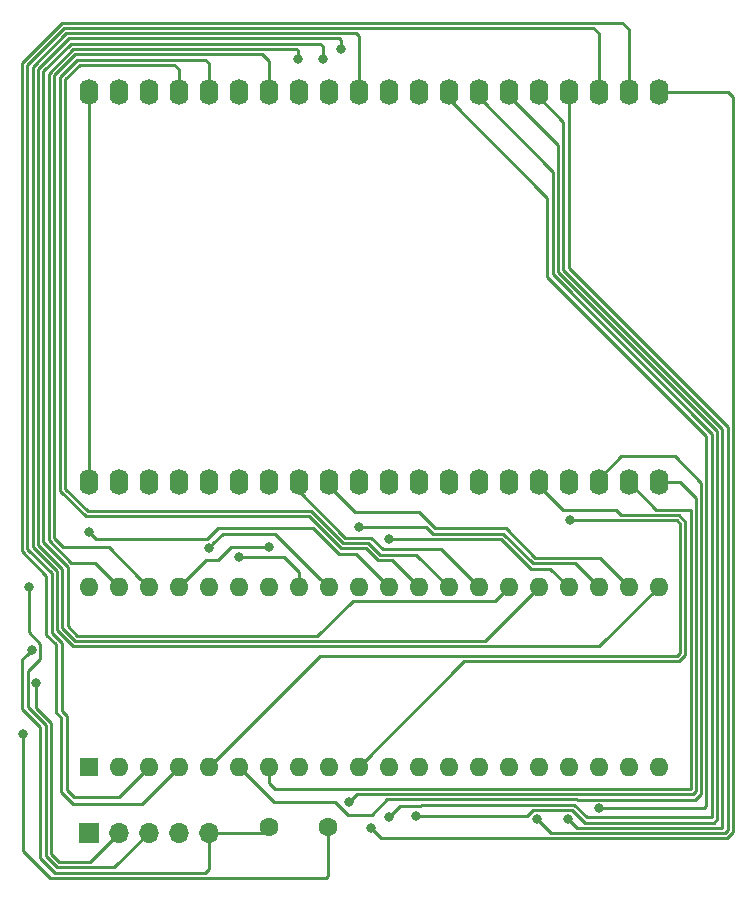
<source format=gbr>
G04 #@! TF.GenerationSoftware,KiCad,Pcbnew,5.0.2+dfsg1-1*
G04 #@! TF.CreationDate,2020-05-10T21:50:53+00:00*
G04 #@! TF.ProjectId,lcd_breakout,6c63645f-6272-4656-916b-6f75742e6b69,v1.0*
G04 #@! TF.SameCoordinates,Original*
G04 #@! TF.FileFunction,Copper,L1,Top*
G04 #@! TF.FilePolarity,Positive*
%FSLAX46Y46*%
G04 Gerber Fmt 4.6, Leading zero omitted, Abs format (unit mm)*
G04 Created by KiCad (PCBNEW 5.0.2+dfsg1-1) date Sun May 10 21:50:53 2020*
%MOMM*%
%LPD*%
G01*
G04 APERTURE LIST*
G04 #@! TA.AperFunction,ComponentPad*
%ADD10O,1.600000X2.200000*%
G04 #@! TD*
G04 #@! TA.AperFunction,ComponentPad*
%ADD11R,1.600000X1.600000*%
G04 #@! TD*
G04 #@! TA.AperFunction,ComponentPad*
%ADD12O,1.600000X1.600000*%
G04 #@! TD*
G04 #@! TA.AperFunction,ComponentPad*
%ADD13R,1.700000X1.700000*%
G04 #@! TD*
G04 #@! TA.AperFunction,ComponentPad*
%ADD14O,1.700000X1.700000*%
G04 #@! TD*
G04 #@! TA.AperFunction,ComponentPad*
%ADD15C,1.600000*%
G04 #@! TD*
G04 #@! TA.AperFunction,ViaPad*
%ADD16C,0.800000*%
G04 #@! TD*
G04 #@! TA.AperFunction,Conductor*
%ADD17C,0.250000*%
G04 #@! TD*
G04 APERTURE END LIST*
D10*
G04 #@! TO.P,U2,1*
G04 #@! TO.N,Net-(U1-Pad30)*
X107696000Y-97536000D03*
G04 #@! TO.P,U2,2*
G04 #@! TO.N,Net-(U2-Pad2)*
X110236000Y-97536000D03*
G04 #@! TO.P,U2,3*
G04 #@! TO.N,Net-(U2-Pad3)*
X112776000Y-97536000D03*
G04 #@! TO.P,U2,4*
G04 #@! TO.N,Net-(U2-Pad4)*
X115316000Y-97536000D03*
G04 #@! TO.P,U2,5*
G04 #@! TO.N,Net-(U1-Pad32)*
X117856000Y-97536000D03*
G04 #@! TO.P,U2,6*
G04 #@! TO.N,Net-(U1-Pad33)*
X120396000Y-97536000D03*
G04 #@! TO.P,U2,7*
G04 #@! TO.N,Net-(U1-Pad37)*
X122936000Y-97536000D03*
G04 #@! TO.P,U2,8*
G04 #@! TO.N,Net-(U1-Pad27)*
X125476000Y-97536000D03*
G04 #@! TO.P,U2,9*
G04 #@! TO.N,Net-(U1-Pad22)*
X128016000Y-97536000D03*
G04 #@! TO.P,U2,10*
G04 #@! TO.N,Net-(U1-Pad23)*
X130556000Y-97536000D03*
G04 #@! TO.P,U2,11*
G04 #@! TO.N,Net-(U1-Pad24)*
X133096000Y-97536000D03*
G04 #@! TO.P,U2,12*
G04 #@! TO.N,Net-(U1-Pad19)*
X135636000Y-97536000D03*
G04 #@! TO.P,U2,13*
G04 #@! TO.N,Net-(U1-Pad13)*
X138176000Y-97536000D03*
G04 #@! TO.P,U2,14*
G04 #@! TO.N,Net-(U1-Pad14)*
X140716000Y-97536000D03*
G04 #@! TO.P,U2,15*
G04 #@! TO.N,Net-(U1-Pad15)*
X143256000Y-97536000D03*
G04 #@! TO.P,U2,16*
G04 #@! TO.N,Net-(U1-Pad10)*
X145796000Y-97536000D03*
G04 #@! TO.P,U2,17*
G04 #@! TO.N,Net-(U1-Pad5)*
X148336000Y-97536000D03*
G04 #@! TO.P,U2,18*
G04 #@! TO.N,Net-(U1-Pad6)*
X150876000Y-97536000D03*
G04 #@! TO.P,U2,19*
G04 #@! TO.N,Net-(U1-Pad7)*
X153416000Y-97536000D03*
G04 #@! TO.P,U2,20*
G04 #@! TO.N,Net-(U1-Pad8)*
X155956000Y-97536000D03*
G04 #@! TO.P,U2,21*
G04 #@! TO.N,Net-(U1-Pad9)*
X155956000Y-64516000D03*
G04 #@! TO.P,U2,22*
G04 #@! TO.N,Net-(U1-Pad4)*
X153416000Y-64516000D03*
G04 #@! TO.P,U2,23*
G04 #@! TO.N,Net-(U1-Pad3)*
X150876000Y-64516000D03*
G04 #@! TO.P,U2,24*
G04 #@! TO.N,Net-(U1-Pad16)*
X148336000Y-64516000D03*
G04 #@! TO.P,U2,25*
G04 #@! TO.N,Net-(U1-Pad17)*
X145796000Y-64516000D03*
G04 #@! TO.P,U2,26*
G04 #@! TO.N,Net-(U1-Pad12)*
X143256000Y-64516000D03*
G04 #@! TO.P,U2,27*
G04 #@! TO.N,Net-(U1-Pad11)*
X140716000Y-64516000D03*
G04 #@! TO.P,U2,28*
G04 #@! TO.N,Net-(U1-Pad18)*
X138176000Y-64516000D03*
G04 #@! TO.P,U2,29*
G04 #@! TO.N,Net-(U1-Pad25)*
X135636000Y-64516000D03*
G04 #@! TO.P,U2,30*
G04 #@! TO.N,Net-(U1-Pad26)*
X133096000Y-64516000D03*
G04 #@! TO.P,U2,31*
G04 #@! TO.N,Net-(U1-Pad21)*
X130556000Y-64516000D03*
G04 #@! TO.P,U2,32*
G04 #@! TO.N,Net-(U1-Pad20)*
X128016000Y-64516000D03*
G04 #@! TO.P,U2,33*
G04 #@! TO.N,Net-(U2-Pad33)*
X125476000Y-64516000D03*
G04 #@! TO.P,U2,34*
G04 #@! TO.N,Net-(U1-Pad38)*
X122936000Y-64516000D03*
G04 #@! TO.P,U2,35*
G04 #@! TO.N,Net-(U1-Pad39)*
X120396000Y-64516000D03*
G04 #@! TO.P,U2,36*
G04 #@! TO.N,Net-(U1-Pad29)*
X117856000Y-64516000D03*
G04 #@! TO.P,U2,37*
G04 #@! TO.N,Net-(U1-Pad28)*
X115316000Y-64516000D03*
G04 #@! TO.P,U2,38*
G04 #@! TO.N,Net-(U2-Pad38)*
X112776000Y-64516000D03*
G04 #@! TO.P,U2,39*
G04 #@! TO.N,Net-(U2-Pad39)*
X110236000Y-64516000D03*
G04 #@! TO.P,U2,40*
G04 #@! TO.N,Net-(U1-Pad30)*
X107696000Y-64516000D03*
G04 #@! TD*
D11*
G04 #@! TO.P,U1,1*
G04 #@! TO.N,VDD*
X107696000Y-121666000D03*
D12*
G04 #@! TO.P,U1,21*
G04 #@! TO.N,Net-(U1-Pad21)*
X155956000Y-106426000D03*
G04 #@! TO.P,U1,2*
G04 #@! TO.N,Net-(J1-Pad4)*
X110236000Y-121666000D03*
G04 #@! TO.P,U1,22*
G04 #@! TO.N,Net-(U1-Pad22)*
X153416000Y-106426000D03*
G04 #@! TO.P,U1,3*
G04 #@! TO.N,Net-(U1-Pad3)*
X112776000Y-121666000D03*
G04 #@! TO.P,U1,23*
G04 #@! TO.N,Net-(U1-Pad23)*
X150876000Y-106426000D03*
G04 #@! TO.P,U1,4*
G04 #@! TO.N,Net-(U1-Pad4)*
X115316000Y-121666000D03*
G04 #@! TO.P,U1,24*
G04 #@! TO.N,Net-(U1-Pad24)*
X148336000Y-106426000D03*
G04 #@! TO.P,U1,5*
G04 #@! TO.N,Net-(U1-Pad5)*
X117856000Y-121666000D03*
G04 #@! TO.P,U1,25*
G04 #@! TO.N,Net-(U1-Pad25)*
X145796000Y-106426000D03*
G04 #@! TO.P,U1,6*
G04 #@! TO.N,Net-(U1-Pad6)*
X120396000Y-121666000D03*
G04 #@! TO.P,U1,26*
G04 #@! TO.N,Net-(U1-Pad26)*
X143256000Y-106426000D03*
G04 #@! TO.P,U1,7*
G04 #@! TO.N,Net-(U1-Pad7)*
X122936000Y-121666000D03*
G04 #@! TO.P,U1,27*
G04 #@! TO.N,Net-(U1-Pad27)*
X140716000Y-106426000D03*
G04 #@! TO.P,U1,8*
G04 #@! TO.N,Net-(U1-Pad8)*
X125476000Y-121666000D03*
G04 #@! TO.P,U1,28*
G04 #@! TO.N,Net-(U1-Pad28)*
X138176000Y-106426000D03*
G04 #@! TO.P,U1,9*
G04 #@! TO.N,Net-(U1-Pad9)*
X128016000Y-121666000D03*
G04 #@! TO.P,U1,29*
G04 #@! TO.N,Net-(U1-Pad29)*
X135636000Y-106426000D03*
G04 #@! TO.P,U1,10*
G04 #@! TO.N,Net-(U1-Pad10)*
X130556000Y-121666000D03*
G04 #@! TO.P,U1,30*
G04 #@! TO.N,Net-(U1-Pad30)*
X133096000Y-106426000D03*
G04 #@! TO.P,U1,11*
G04 #@! TO.N,Net-(U1-Pad11)*
X133096000Y-121666000D03*
G04 #@! TO.P,U1,31*
G04 #@! TO.N,Net-(C1-Pad2)*
X130556000Y-106426000D03*
G04 #@! TO.P,U1,12*
G04 #@! TO.N,Net-(U1-Pad12)*
X135636000Y-121666000D03*
G04 #@! TO.P,U1,32*
G04 #@! TO.N,Net-(U1-Pad32)*
X128016000Y-106426000D03*
G04 #@! TO.P,U1,13*
G04 #@! TO.N,Net-(U1-Pad13)*
X138176000Y-121666000D03*
G04 #@! TO.P,U1,33*
G04 #@! TO.N,Net-(U1-Pad33)*
X125476000Y-106426000D03*
G04 #@! TO.P,U1,14*
G04 #@! TO.N,Net-(U1-Pad14)*
X140716000Y-121666000D03*
G04 #@! TO.P,U1,34*
G04 #@! TO.N,Net-(J1-Pad2)*
X122936000Y-106426000D03*
G04 #@! TO.P,U1,15*
G04 #@! TO.N,Net-(U1-Pad15)*
X143256000Y-121666000D03*
G04 #@! TO.P,U1,35*
G04 #@! TO.N,Net-(U1-Pad35)*
X120396000Y-106426000D03*
G04 #@! TO.P,U1,16*
G04 #@! TO.N,Net-(U1-Pad16)*
X145796000Y-121666000D03*
G04 #@! TO.P,U1,36*
G04 #@! TO.N,GND*
X117856000Y-106426000D03*
G04 #@! TO.P,U1,17*
G04 #@! TO.N,Net-(U1-Pad17)*
X148336000Y-121666000D03*
G04 #@! TO.P,U1,37*
G04 #@! TO.N,Net-(U1-Pad37)*
X115316000Y-106426000D03*
G04 #@! TO.P,U1,18*
G04 #@! TO.N,Net-(U1-Pad18)*
X150876000Y-121666000D03*
G04 #@! TO.P,U1,38*
G04 #@! TO.N,Net-(U1-Pad38)*
X112776000Y-106426000D03*
G04 #@! TO.P,U1,19*
G04 #@! TO.N,Net-(U1-Pad19)*
X153416000Y-121666000D03*
G04 #@! TO.P,U1,39*
G04 #@! TO.N,Net-(U1-Pad39)*
X110236000Y-106426000D03*
G04 #@! TO.P,U1,20*
G04 #@! TO.N,Net-(U1-Pad20)*
X155956000Y-121666000D03*
G04 #@! TO.P,U1,40*
G04 #@! TO.N,Net-(J1-Pad3)*
X107696000Y-106426000D03*
G04 #@! TD*
D13*
G04 #@! TO.P,J1,1*
G04 #@! TO.N,VDD*
X107696000Y-127254000D03*
D14*
G04 #@! TO.P,J1,2*
G04 #@! TO.N,Net-(J1-Pad2)*
X110236000Y-127254000D03*
G04 #@! TO.P,J1,3*
G04 #@! TO.N,Net-(J1-Pad3)*
X112776000Y-127254000D03*
G04 #@! TO.P,J1,4*
G04 #@! TO.N,Net-(J1-Pad4)*
X115316000Y-127254000D03*
G04 #@! TO.P,J1,5*
G04 #@! TO.N,GND*
X117856000Y-127254000D03*
G04 #@! TD*
D15*
G04 #@! TO.P,C1,1*
G04 #@! TO.N,GND*
X122936000Y-126746000D03*
G04 #@! TO.P,C1,2*
G04 #@! TO.N,Net-(C1-Pad2)*
X127936000Y-126746000D03*
G04 #@! TD*
D16*
G04 #@! TO.N,GND*
X102869998Y-111760000D03*
G04 #@! TO.N,Net-(J1-Pad2)*
X103246022Y-114548683D03*
G04 #@! TO.N,Net-(J1-Pad3)*
X102616001Y-106426000D03*
G04 #@! TO.N,Net-(U1-Pad23)*
X130556000Y-101346016D03*
G04 #@! TO.N,Net-(U1-Pad24)*
X133096000Y-102362000D03*
G04 #@! TO.N,Net-(U1-Pad5)*
X148437600Y-100787200D03*
G04 #@! TO.N,Net-(U1-Pad25)*
X129032000Y-60865021D03*
G04 #@! TO.N,Net-(U1-Pad26)*
X127508000Y-61722000D03*
G04 #@! TO.N,Net-(U1-Pad8)*
X129743200Y-124663200D03*
G04 #@! TO.N,Net-(U1-Pad9)*
X131593166Y-126817966D03*
G04 #@! TO.N,Net-(U1-Pad30)*
X107686534Y-101725444D03*
G04 #@! TO.N,Net-(U1-Pad11)*
X133146800Y-125882400D03*
G04 #@! TO.N,Net-(U1-Pad12)*
X135432800Y-125831596D03*
G04 #@! TO.N,Net-(U1-Pad32)*
X117856000Y-103124006D03*
G04 #@! TO.N,Net-(U1-Pad33)*
X120396000Y-103886000D03*
G04 #@! TO.N,Net-(U1-Pad16)*
X145643600Y-126085600D03*
G04 #@! TO.N,Net-(U1-Pad17)*
X148285200Y-126034800D03*
G04 #@! TO.N,Net-(U1-Pad37)*
X122936000Y-103066010D03*
G04 #@! TO.N,Net-(U1-Pad18)*
X150928358Y-125157390D03*
G04 #@! TO.N,Net-(U1-Pad39)*
X125458087Y-61739913D03*
G04 #@! TO.N,Net-(C1-Pad2)*
X102108000Y-118872004D03*
G04 #@! TD*
D17*
G04 #@! TO.N,GND*
X122428000Y-127254000D02*
X122936000Y-126746000D01*
X117856000Y-127254000D02*
X122428000Y-127254000D01*
X117856000Y-127254000D02*
X117856000Y-130302000D01*
X117856000Y-130302000D02*
X117544011Y-130613989D01*
X117544011Y-130613989D02*
X104831579Y-130613989D01*
X104831579Y-130613989D02*
X103595001Y-129377411D01*
X103595001Y-129377411D02*
X103595001Y-118269999D01*
X103595001Y-118269999D02*
X102071001Y-116745999D01*
X102469999Y-112159999D02*
X102869998Y-111760000D01*
X102071001Y-116745999D02*
X102071001Y-112558997D01*
X102071001Y-112558997D02*
X102469999Y-112159999D01*
G04 #@! TO.N,Net-(J1-Pad2)*
X103246022Y-115114368D02*
X103246022Y-114548683D01*
X103246022Y-116648198D02*
X103246022Y-115114368D01*
X107776033Y-129713967D02*
X105204377Y-129713967D01*
X110236000Y-127254000D02*
X107776033Y-129713967D01*
X104495023Y-129004613D02*
X104495023Y-117897199D01*
X105204377Y-129713967D02*
X104495023Y-129004613D01*
X104495023Y-117897199D02*
X103246022Y-116648198D01*
G04 #@! TO.N,Net-(J1-Pad3)*
X104045012Y-118083599D02*
X102521012Y-116559599D01*
X102616001Y-106991685D02*
X102616001Y-106426000D01*
X104045012Y-129191012D02*
X104045012Y-118083599D01*
X105017978Y-130163978D02*
X104045012Y-129191012D01*
X112776000Y-127254000D02*
X109866022Y-130163978D01*
X102521012Y-116559599D02*
X102521012Y-113564401D01*
X102521012Y-113564401D02*
X103595003Y-112490410D01*
X103595003Y-112490410D02*
X103595003Y-111223469D01*
X103595003Y-111223469D02*
X102616001Y-110244467D01*
X109866022Y-130163978D02*
X105017978Y-130163978D01*
X102616001Y-110244467D02*
X102616001Y-106991685D01*
G04 #@! TO.N,Net-(U1-Pad21)*
X130556000Y-63166000D02*
X130556000Y-64516000D01*
X130556000Y-59740800D02*
X130556000Y-63166000D01*
X130345134Y-59529934D02*
X130556000Y-59740800D01*
X105815600Y-59529934D02*
X130345134Y-59529934D01*
X150933989Y-111448011D02*
X106365189Y-111448011D01*
X155956000Y-106426000D02*
X150933989Y-111448011D01*
X102950034Y-62395500D02*
X105815600Y-59529934D01*
X102950034Y-103015799D02*
X102950034Y-62395500D01*
X106365189Y-111448011D02*
X105017978Y-110100800D01*
X105017978Y-110100800D02*
X105017978Y-105083743D01*
X105017978Y-105083743D02*
X102950034Y-103015799D01*
G04 #@! TO.N,Net-(U1-Pad22)*
X128016000Y-97536000D02*
X128016000Y-97236000D01*
X128016000Y-97836000D02*
X128016000Y-97536000D01*
X135636000Y-100076000D02*
X130256000Y-100076000D01*
X137021978Y-101461978D02*
X135636000Y-100076000D01*
X130256000Y-100076000D02*
X128016000Y-97836000D01*
X153416000Y-106426000D02*
X150970411Y-103980411D01*
X150970411Y-103980411D02*
X145508000Y-103980411D01*
X145508000Y-103980411D02*
X142989567Y-101461978D01*
X142989567Y-101461978D02*
X137021978Y-101461978D01*
G04 #@! TO.N,Net-(U1-Pad3)*
X150876000Y-59537600D02*
X150876000Y-64516000D01*
X150418323Y-59079923D02*
X150876000Y-59537600D01*
X105629200Y-59079923D02*
X150418323Y-59079923D01*
X102500023Y-62209100D02*
X105629200Y-59079923D01*
X104567967Y-105270143D02*
X102500023Y-103202199D01*
X104567967Y-110287200D02*
X104567967Y-105270143D01*
X105410000Y-111129232D02*
X104567967Y-110287200D01*
X110230355Y-124211645D02*
X106431645Y-124211645D01*
X112776000Y-121666000D02*
X110230355Y-124211645D01*
X105845056Y-117337999D02*
X105410000Y-116902943D01*
X102500023Y-103202199D02*
X102500023Y-62209100D01*
X106431645Y-124211645D02*
X105845056Y-123625056D01*
X105845056Y-123625056D02*
X105845056Y-117337999D01*
X105410000Y-116902943D02*
X105410000Y-111129232D01*
G04 #@! TO.N,Net-(U1-Pad23)*
X130556000Y-97536000D02*
X130556000Y-97236000D01*
X130556000Y-97836000D02*
X130556000Y-97536000D01*
X131121685Y-101346016D02*
X130556000Y-101346016D01*
X136835578Y-101911989D02*
X136269605Y-101346016D01*
X145321600Y-104430422D02*
X142803167Y-101911989D01*
X142803167Y-101911989D02*
X136835578Y-101911989D01*
X148880422Y-104430422D02*
X145321600Y-104430422D01*
X150876000Y-106426000D02*
X148880422Y-104430422D01*
X136269605Y-101346016D02*
X131121685Y-101346016D01*
G04 #@! TO.N,Net-(U1-Pad4)*
X153416000Y-64216000D02*
X153416000Y-64516000D01*
X153416000Y-59182000D02*
X153416000Y-64516000D01*
X152863912Y-58629912D02*
X153416000Y-59182000D01*
X102050012Y-103388599D02*
X102050012Y-62022700D01*
X104117956Y-105456543D02*
X102050012Y-103388599D01*
X104117956Y-110473600D02*
X104117956Y-105456543D01*
X104902000Y-111257644D02*
X104117956Y-110473600D01*
X105442800Y-58629912D02*
X152863912Y-58629912D01*
X102050012Y-62022700D02*
X105442800Y-58629912D01*
X112210011Y-124771989D02*
X106355578Y-124771989D01*
X115316000Y-121666000D02*
X112210011Y-124771989D01*
X105395045Y-123811456D02*
X105395045Y-117524399D01*
X105395045Y-117524399D02*
X104902000Y-117031354D01*
X106355578Y-124771989D02*
X105395045Y-123811456D01*
X104902000Y-117031354D02*
X104902000Y-111257644D01*
G04 #@! TO.N,Net-(U1-Pad24)*
X133096000Y-97536000D02*
X133096000Y-97236000D01*
X148336000Y-106426000D02*
X146790433Y-104880433D01*
X146790433Y-104880433D02*
X145135200Y-104880433D01*
X145135200Y-104880433D02*
X142616767Y-102362000D01*
X142616767Y-102362000D02*
X133661685Y-102362000D01*
X133661685Y-102362000D02*
X133096000Y-102362000D01*
G04 #@! TO.N,Net-(U1-Pad5)*
X148336000Y-97536000D02*
X148336000Y-97236000D01*
X148336000Y-97536000D02*
X148336000Y-97836000D01*
X127254000Y-112268000D02*
X157480000Y-112268000D01*
X157755090Y-101062290D02*
X157480000Y-100787200D01*
X157480000Y-112268000D02*
X157755090Y-111992910D01*
X157755090Y-111992910D02*
X157755090Y-101062290D01*
X157480000Y-100787200D02*
X149003285Y-100787200D01*
X117856000Y-121666000D02*
X127254000Y-112268000D01*
X149003285Y-100787200D02*
X148437600Y-100787200D01*
G04 #@! TO.N,Net-(U1-Pad25)*
X135636000Y-64516000D02*
X135636000Y-64216000D01*
X129032000Y-60147200D02*
X129032000Y-60401200D01*
X128864745Y-59979945D02*
X129032000Y-60147200D01*
X106002000Y-59979945D02*
X128864745Y-59979945D01*
X141224000Y-110998000D02*
X106551589Y-110998000D01*
X145796000Y-106426000D02*
X141224000Y-110998000D01*
X105467989Y-104897343D02*
X103400045Y-102829399D01*
X106551589Y-110998000D02*
X105467989Y-109914400D01*
X129032000Y-60401200D02*
X129032000Y-60865021D01*
X103400045Y-62581900D02*
X106002000Y-59979945D01*
X105467989Y-109914400D02*
X105467989Y-104897343D01*
X103400045Y-102829399D02*
X103400045Y-62581900D01*
G04 #@! TO.N,Net-(U1-Pad6)*
X150876000Y-97536000D02*
X150876000Y-97836000D01*
X159555134Y-97579134D02*
X157327600Y-95351600D01*
X159555134Y-123905166D02*
X159555134Y-97579134D01*
X157327600Y-95351600D02*
X152760400Y-95351600D01*
X149028612Y-124432388D02*
X159027912Y-124432388D01*
X149006001Y-124409777D02*
X149028612Y-124432388D01*
X150876000Y-97236000D02*
X150876000Y-97536000D01*
X159027912Y-124432388D02*
X159555134Y-123905166D01*
X123393200Y-124663200D02*
X128574800Y-124663200D01*
X128574800Y-124663200D02*
X129641600Y-125730000D01*
X152760400Y-95351600D02*
X150876000Y-97236000D01*
X129641600Y-125730000D02*
X131655813Y-125730000D01*
X120396000Y-121666000D02*
X123393200Y-124663200D01*
X131655813Y-125730000D02*
X132976036Y-124409777D01*
X132976036Y-124409777D02*
X149006001Y-124409777D01*
G04 #@! TO.N,Net-(U1-Pad26)*
X133096000Y-64516000D02*
X133096000Y-64216000D01*
X127508000Y-61722000D02*
X127508000Y-61722000D01*
X127508000Y-60655200D02*
X127508000Y-61722000D01*
X127282756Y-60429956D02*
X127508000Y-60655200D01*
X106188400Y-60429956D02*
X127282756Y-60429956D01*
X103850056Y-62768300D02*
X106188400Y-60429956D01*
X103850056Y-102642999D02*
X103850056Y-62768300D01*
X143256000Y-106426000D02*
X142116833Y-107565167D01*
X130047600Y-107565167D02*
X127064778Y-110547989D01*
X105918000Y-104710943D02*
X103850056Y-102642999D01*
X142116833Y-107565167D02*
X130047600Y-107565167D01*
X105918000Y-109728000D02*
X105918000Y-104710943D01*
X127064778Y-110547989D02*
X106737989Y-110547989D01*
X106737989Y-110547989D02*
X105918000Y-109728000D01*
G04 #@! TO.N,Net-(U1-Pad7)*
X153416000Y-97536000D02*
X153416000Y-97236000D01*
X122936000Y-122986800D02*
X122936000Y-121666000D01*
X123458955Y-123509755D02*
X122936000Y-122986800D01*
X155767178Y-99887178D02*
X158655112Y-99887178D01*
X153416000Y-97536000D02*
X155767178Y-99887178D01*
X158655112Y-99887178D02*
X158655112Y-123532366D01*
X158655112Y-123532366D02*
X149401412Y-123532366D01*
X149401412Y-123532366D02*
X149378801Y-123509755D01*
X149378801Y-123509755D02*
X123458955Y-123509755D01*
G04 #@! TO.N,Net-(U1-Pad27)*
X137529978Y-103239978D02*
X132581209Y-103239978D01*
X140716000Y-106426000D02*
X137529978Y-103239978D01*
X131572119Y-102230888D02*
X129408888Y-102230888D01*
X125476000Y-98298000D02*
X125476000Y-97536000D01*
X129408888Y-102230888D02*
X125476000Y-98298000D01*
X132581209Y-103239978D02*
X131572119Y-102230888D01*
G04 #@! TO.N,Net-(U1-Pad8)*
X155956000Y-97536000D02*
X155956000Y-97236000D01*
X129743200Y-124663200D02*
X129743200Y-124663200D01*
X149192401Y-123959766D02*
X149215012Y-123982377D01*
X157006000Y-97536000D02*
X155956000Y-97536000D01*
X159105123Y-98877490D02*
X157763633Y-97536000D01*
X159105123Y-123718766D02*
X159105123Y-98877490D01*
X158841512Y-123982377D02*
X159105123Y-123718766D01*
X149215012Y-123982377D02*
X158841512Y-123982377D01*
X129743200Y-124663200D02*
X130446634Y-123959766D01*
X157763633Y-97536000D02*
X157006000Y-97536000D01*
X130446634Y-123959766D02*
X149192401Y-123959766D01*
G04 #@! TO.N,Net-(U1-Pad28)*
X115316000Y-64516000D02*
X115316000Y-64216000D01*
X135439989Y-103689989D02*
X138176000Y-106426000D01*
X132394809Y-103689989D02*
X135439989Y-103689989D01*
X131385719Y-102680899D02*
X132394809Y-103689989D01*
X129222488Y-102680899D02*
X131385719Y-102680899D01*
X107618787Y-99995967D02*
X126537557Y-99995967D01*
X115316000Y-62585600D02*
X114960400Y-62230000D01*
X126537557Y-99995967D02*
X129222488Y-102680899D01*
X115316000Y-64516000D02*
X115316000Y-62585600D01*
X114960400Y-62230000D02*
X106934000Y-62230000D01*
X106934000Y-62230000D02*
X105721991Y-63442009D01*
X105721991Y-63442009D02*
X105721991Y-98099171D01*
X105721991Y-98099171D02*
X107618787Y-99995967D01*
G04 #@! TO.N,Net-(U1-Pad9)*
X155956000Y-64516000D02*
X155956000Y-64262000D01*
X131993165Y-127217965D02*
X131593166Y-126817966D01*
X161798000Y-64516000D02*
X162255200Y-64973200D01*
X155956000Y-64516000D02*
X161798000Y-64516000D01*
X162255200Y-64973200D02*
X162255200Y-127183978D01*
X162255200Y-127183978D02*
X161727978Y-127711200D01*
X161727978Y-127711200D02*
X132486400Y-127711200D01*
X132486400Y-127711200D02*
X131993165Y-127217965D01*
G04 #@! TO.N,Net-(U1-Pad29)*
X117856000Y-62077600D02*
X117856000Y-64516000D01*
X117558389Y-61779989D02*
X117856000Y-62077600D01*
X106747600Y-61779989D02*
X117558389Y-61779989D01*
X105271980Y-98285571D02*
X105271980Y-63255609D01*
X107432387Y-100445978D02*
X105271980Y-98285571D01*
X133350000Y-104140000D02*
X132208409Y-104140000D01*
X135636000Y-106426000D02*
X133350000Y-104140000D01*
X132208409Y-104140000D02*
X131199320Y-103130910D01*
X131199320Y-103130910D02*
X129036088Y-103130910D01*
X105271980Y-63255609D02*
X106747600Y-61779989D01*
X126351158Y-100445978D02*
X107432387Y-100445978D01*
X129036088Y-103130910D02*
X126351158Y-100445978D01*
G04 #@! TO.N,Net-(U1-Pad10)*
X157666400Y-112718011D02*
X158205101Y-112179310D01*
X145796000Y-97836000D02*
X145796000Y-97536000D01*
X157666400Y-100337189D02*
X152738799Y-100337189D01*
X147890789Y-99930789D02*
X145796000Y-97836000D01*
X130556000Y-121666000D02*
X139503989Y-112718011D01*
X158205101Y-100875890D02*
X157666400Y-100337189D01*
X152738799Y-100337189D02*
X152332398Y-99930789D01*
X152332398Y-99930789D02*
X147890789Y-99930789D01*
X158205101Y-112179310D02*
X158205101Y-100875890D01*
X139503989Y-112718011D02*
X157666400Y-112718011D01*
G04 #@! TO.N,Net-(U1-Pad30)*
X107696000Y-101715978D02*
X107696000Y-101715978D01*
X107696000Y-96186000D02*
X107696000Y-64516000D01*
X107696000Y-97536000D02*
X107696000Y-96186000D01*
X107696000Y-64516000D02*
X107696000Y-64262000D01*
X123308800Y-101461978D02*
X122936000Y-101461978D01*
X108086533Y-102125443D02*
X107686534Y-101725444D01*
X108323090Y-102362000D02*
X108086533Y-102125443D01*
X117708367Y-102362000D02*
X108323090Y-102362000D01*
X122936000Y-101461978D02*
X118608389Y-101461978D01*
X118608389Y-101461978D02*
X117708367Y-102362000D01*
X130302000Y-103632000D02*
X128900770Y-103632000D01*
X133096000Y-106426000D02*
X130302000Y-103632000D01*
X126730748Y-101461978D02*
X122936000Y-101461978D01*
X128900770Y-103632000D02*
X126730748Y-101461978D01*
G04 #@! TO.N,Net-(U1-Pad11)*
X140716000Y-64516000D02*
X140716000Y-64816000D01*
X135926012Y-124859788D02*
X135780801Y-125004999D01*
X149870969Y-125911156D02*
X148819601Y-124859788D01*
X140716000Y-64973200D02*
X146985967Y-71243167D01*
X134024201Y-125004999D02*
X133146800Y-125882400D01*
X135780801Y-125004999D02*
X134024201Y-125004999D01*
X140716000Y-64516000D02*
X140716000Y-64973200D01*
X146985967Y-71243167D02*
X146985967Y-79959600D01*
X148819601Y-124859788D02*
X135926012Y-124859788D01*
X146985967Y-79959600D02*
X160455156Y-93428788D01*
X160455156Y-93428788D02*
X160455156Y-125911156D01*
X160455156Y-125911156D02*
X149870969Y-125911156D01*
G04 #@! TO.N,Net-(U1-Pad12)*
X149684569Y-126361167D02*
X148633201Y-125309799D01*
X160641556Y-126361167D02*
X149684569Y-126361167D01*
X147435978Y-79773200D02*
X160905167Y-93242388D01*
X135998485Y-125831596D02*
X135432800Y-125831596D01*
X160905167Y-126097556D02*
X160641556Y-126361167D01*
X144824600Y-125831596D02*
X135998485Y-125831596D01*
X148633201Y-125309799D02*
X145346397Y-125309799D01*
X147435978Y-68995978D02*
X147435978Y-79773200D01*
X143256000Y-64816000D02*
X147435978Y-68995978D01*
X160905167Y-93242388D02*
X160905167Y-126097556D01*
X143256000Y-64516000D02*
X143256000Y-64816000D01*
X145346397Y-125309799D02*
X144824600Y-125831596D01*
G04 #@! TO.N,Net-(U1-Pad32)*
X123122400Y-101911989D02*
X122936000Y-101911989D01*
X127216001Y-105626001D02*
X128016000Y-106426000D01*
X122936000Y-101911989D02*
X123501989Y-101911989D01*
X123501989Y-101911989D02*
X127216001Y-105626001D01*
X122936000Y-101911989D02*
X119068017Y-101911989D01*
X119068017Y-101911989D02*
X118255999Y-102724007D01*
X118255999Y-102724007D02*
X117856000Y-103124006D01*
G04 #@! TO.N,Net-(U1-Pad33)*
X125476000Y-106426000D02*
X125476000Y-105156000D01*
X125476000Y-105156000D02*
X124206000Y-103886000D01*
X124206000Y-103886000D02*
X120396000Y-103886000D01*
X120396000Y-103886000D02*
X120396000Y-103886000D01*
X120396000Y-103886000D02*
X120396000Y-103886000D01*
G04 #@! TO.N,Net-(U1-Pad16)*
X148336000Y-64516000D02*
X148595644Y-64516000D01*
X146043599Y-126485599D02*
X145643600Y-126085600D01*
X146819189Y-127261189D02*
X146043599Y-126485599D01*
X161805189Y-126997578D02*
X161541578Y-127261189D01*
X148336000Y-79400400D02*
X161805189Y-92869589D01*
X148336000Y-64516000D02*
X148336000Y-79400400D01*
X161805189Y-92869589D02*
X161805189Y-126997578D01*
X161541578Y-127261189D02*
X146819189Y-127261189D01*
G04 #@! TO.N,Net-(U1-Pad17)*
X149061578Y-126811178D02*
X148285200Y-126034800D01*
X145796000Y-64973200D02*
X147885989Y-67063189D01*
X145796000Y-64516000D02*
X145796000Y-64973200D01*
X147885989Y-67063189D02*
X147885989Y-79586800D01*
X147885989Y-79586800D02*
X161355178Y-93055988D01*
X161355178Y-93055988D02*
X161355178Y-126811178D01*
X161355178Y-126811178D02*
X149061578Y-126811178D01*
G04 #@! TO.N,Net-(U1-Pad37)*
X122936000Y-103066010D02*
X122936000Y-103066010D01*
X122370315Y-103066010D02*
X122936000Y-103066010D01*
X119748992Y-103066010D02*
X122370315Y-103066010D01*
X118675002Y-104140000D02*
X119748992Y-103066010D01*
X115316000Y-106426000D02*
X117602000Y-104140000D01*
X117602000Y-104140000D02*
X118675002Y-104140000D01*
G04 #@! TO.N,Net-(U1-Pad18)*
X138176000Y-64516000D02*
X138176000Y-64216000D01*
X151494043Y-125157390D02*
X150928358Y-125157390D01*
X159779810Y-125157390D02*
X151494043Y-125157390D01*
X138176000Y-65125600D02*
X146535956Y-73485556D01*
X138176000Y-64516000D02*
X138176000Y-65125600D01*
X146535956Y-73485556D02*
X146535956Y-80146000D01*
X146535956Y-80146000D02*
X160005145Y-93615188D01*
X160005145Y-93615188D02*
X160005145Y-124932055D01*
X160005145Y-124932055D02*
X159779810Y-125157390D01*
G04 #@! TO.N,Net-(U1-Pad38)*
X109416011Y-103066011D02*
X111976001Y-105626001D01*
X122936000Y-61874400D02*
X122391578Y-61329978D01*
X122936000Y-64516000D02*
X122936000Y-61874400D01*
X122391578Y-61329978D02*
X106561200Y-61329978D01*
X104776803Y-102296926D02*
X105545888Y-103066011D01*
X106561200Y-61329978D02*
X104776803Y-63114375D01*
X111976001Y-105626001D02*
X112776000Y-106426000D01*
X105545888Y-103066011D02*
X109416011Y-103066011D01*
X104776803Y-63114375D02*
X104776803Y-102296926D01*
G04 #@! TO.N,Net-(U1-Pad19)*
X135636000Y-97536000D02*
X135636000Y-97236000D01*
X135636000Y-97836000D02*
X135636000Y-97536000D01*
G04 #@! TO.N,Net-(U1-Pad39)*
X120396000Y-64216000D02*
X120396000Y-64516000D01*
X125425200Y-61707026D02*
X125458087Y-61739913D01*
X125294367Y-60879967D02*
X125425200Y-61010800D01*
X108204000Y-104394000D02*
X106237467Y-104394000D01*
X110236000Y-106426000D02*
X108204000Y-104394000D01*
X125425200Y-61010800D02*
X125425200Y-61707026D01*
X106237467Y-104394000D02*
X104300067Y-102456600D01*
X104300067Y-102456600D02*
X104300067Y-62954700D01*
X104300067Y-62954700D02*
X106374800Y-60879967D01*
X106374800Y-60879967D02*
X125294367Y-60879967D01*
G04 #@! TO.N,Net-(U1-Pad20)*
X156053698Y-121568302D02*
X156159598Y-121568302D01*
X155956000Y-121666000D02*
X156053698Y-121568302D01*
X128016000Y-64516000D02*
X128016000Y-64816000D01*
G04 #@! TO.N,Net-(C1-Pad2)*
X127762000Y-131064000D02*
X104394000Y-131064000D01*
X102108000Y-128778000D02*
X102108000Y-119437689D01*
X104394000Y-131064000D02*
X102108000Y-128778000D01*
X127936000Y-126746000D02*
X127936000Y-130890000D01*
X102108000Y-119437689D02*
X102108000Y-118872004D01*
X127936000Y-130890000D02*
X127762000Y-131064000D01*
G04 #@! TD*
M02*

</source>
